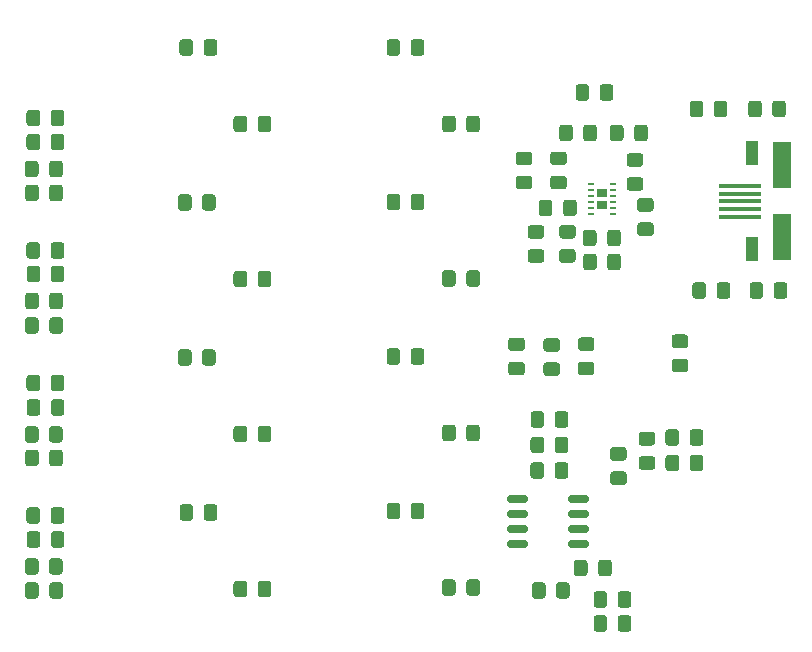
<source format=gtp>
G04 #@! TF.GenerationSoftware,KiCad,Pcbnew,5.1.6-c6e7f7d~87~ubuntu18.04.1*
G04 #@! TF.CreationDate,2020-09-10T19:55:48-05:00*
G04 #@! TF.ProjectId,MiniStereoMixer,4d696e69-5374-4657-9265-6f4d69786572,rev?*
G04 #@! TF.SameCoordinates,Original*
G04 #@! TF.FileFunction,Paste,Top*
G04 #@! TF.FilePolarity,Positive*
%FSLAX46Y46*%
G04 Gerber Fmt 4.6, Leading zero omitted, Abs format (unit mm)*
G04 Created by KiCad (PCBNEW 5.1.6-c6e7f7d~87~ubuntu18.04.1) date 2020-09-10 19:55:48*
%MOMM*%
%LPD*%
G01*
G04 APERTURE LIST*
%ADD10R,3.600000X0.400000*%
%ADD11R,1.120000X2.100000*%
%ADD12R,1.520000X4.000000*%
%ADD13R,0.500000X0.250000*%
%ADD14R,0.950000X0.800000*%
G04 APERTURE END LIST*
G04 #@! TO.C,C1*
G36*
G01*
X188779999Y-57718000D02*
X189680001Y-57718000D01*
G75*
G02*
X189930000Y-57967999I0J-249999D01*
G01*
X189930000Y-58618001D01*
G75*
G02*
X189680001Y-58868000I-249999J0D01*
G01*
X188779999Y-58868000D01*
G75*
G02*
X188530000Y-58618001I0J249999D01*
G01*
X188530000Y-57967999D01*
G75*
G02*
X188779999Y-57718000I249999J0D01*
G01*
G37*
G36*
G01*
X188779999Y-59768000D02*
X189680001Y-59768000D01*
G75*
G02*
X189930000Y-60017999I0J-249999D01*
G01*
X189930000Y-60668001D01*
G75*
G02*
X189680001Y-60918000I-249999J0D01*
G01*
X188779999Y-60918000D01*
G75*
G02*
X188530000Y-60668001I0J249999D01*
G01*
X188530000Y-60017999D01*
G75*
G02*
X188779999Y-59768000I249999J0D01*
G01*
G37*
G04 #@! TD*
G04 #@! TO.C,C2*
G36*
G01*
X182314001Y-54922000D02*
X181413999Y-54922000D01*
G75*
G02*
X181164000Y-54672001I0J249999D01*
G01*
X181164000Y-54021999D01*
G75*
G02*
X181413999Y-53772000I249999J0D01*
G01*
X182314001Y-53772000D01*
G75*
G02*
X182564000Y-54021999I0J-249999D01*
G01*
X182564000Y-54672001D01*
G75*
G02*
X182314001Y-54922000I-249999J0D01*
G01*
G37*
G36*
G01*
X182314001Y-56972000D02*
X181413999Y-56972000D01*
G75*
G02*
X181164000Y-56722001I0J249999D01*
G01*
X181164000Y-56071999D01*
G75*
G02*
X181413999Y-55822000I249999J0D01*
G01*
X182314001Y-55822000D01*
G75*
G02*
X182564000Y-56071999I0J-249999D01*
G01*
X182564000Y-56722001D01*
G75*
G02*
X182314001Y-56972000I-249999J0D01*
G01*
G37*
G04 #@! TD*
G04 #@! TO.C,C3*
G36*
G01*
X183400500Y-58096999D02*
X183400500Y-58997001D01*
G75*
G02*
X183150501Y-59247000I-249999J0D01*
G01*
X182500499Y-59247000D01*
G75*
G02*
X182250500Y-58997001I0J249999D01*
G01*
X182250500Y-58096999D01*
G75*
G02*
X182500499Y-57847000I249999J0D01*
G01*
X183150501Y-57847000D01*
G75*
G02*
X183400500Y-58096999I0J-249999D01*
G01*
G37*
G36*
G01*
X181350500Y-58096999D02*
X181350500Y-58997001D01*
G75*
G02*
X181100501Y-59247000I-249999J0D01*
G01*
X180450499Y-59247000D01*
G75*
G02*
X180200500Y-58997001I0J249999D01*
G01*
X180200500Y-58096999D01*
G75*
G02*
X180450499Y-57847000I249999J0D01*
G01*
X181100501Y-57847000D01*
G75*
G02*
X181350500Y-58096999I0J-249999D01*
G01*
G37*
G04 #@! TD*
G04 #@! TO.C,C4*
G36*
G01*
X188791001Y-57099000D02*
X187890999Y-57099000D01*
G75*
G02*
X187641000Y-56849001I0J249999D01*
G01*
X187641000Y-56198999D01*
G75*
G02*
X187890999Y-55949000I249999J0D01*
G01*
X188791001Y-55949000D01*
G75*
G02*
X189041000Y-56198999I0J-249999D01*
G01*
X189041000Y-56849001D01*
G75*
G02*
X188791001Y-57099000I-249999J0D01*
G01*
G37*
G36*
G01*
X188791001Y-55049000D02*
X187890999Y-55049000D01*
G75*
G02*
X187641000Y-54799001I0J249999D01*
G01*
X187641000Y-54148999D01*
G75*
G02*
X187890999Y-53899000I249999J0D01*
G01*
X188791001Y-53899000D01*
G75*
G02*
X189041000Y-54148999I0J-249999D01*
G01*
X189041000Y-54799001D01*
G75*
G02*
X188791001Y-55049000I-249999J0D01*
G01*
G37*
G04 #@! TD*
G04 #@! TO.C,C5*
G36*
G01*
X182175999Y-62036000D02*
X183076001Y-62036000D01*
G75*
G02*
X183326000Y-62285999I0J-249999D01*
G01*
X183326000Y-62936001D01*
G75*
G02*
X183076001Y-63186000I-249999J0D01*
G01*
X182175999Y-63186000D01*
G75*
G02*
X181926000Y-62936001I0J249999D01*
G01*
X181926000Y-62285999D01*
G75*
G02*
X182175999Y-62036000I249999J0D01*
G01*
G37*
G36*
G01*
X182175999Y-59986000D02*
X183076001Y-59986000D01*
G75*
G02*
X183326000Y-60235999I0J-249999D01*
G01*
X183326000Y-60886001D01*
G75*
G02*
X183076001Y-61136000I-249999J0D01*
G01*
X182175999Y-61136000D01*
G75*
G02*
X181926000Y-60886001I0J249999D01*
G01*
X181926000Y-60235999D01*
G75*
G02*
X182175999Y-59986000I249999J0D01*
G01*
G37*
G04 #@! TD*
G04 #@! TO.C,C6*
G36*
G01*
X137971000Y-84131999D02*
X137971000Y-85032001D01*
G75*
G02*
X137721001Y-85282000I-249999J0D01*
G01*
X137070999Y-85282000D01*
G75*
G02*
X136821000Y-85032001I0J249999D01*
G01*
X136821000Y-84131999D01*
G75*
G02*
X137070999Y-83882000I249999J0D01*
G01*
X137721001Y-83882000D01*
G75*
G02*
X137971000Y-84131999I0J-249999D01*
G01*
G37*
G36*
G01*
X140021000Y-84131999D02*
X140021000Y-85032001D01*
G75*
G02*
X139771001Y-85282000I-249999J0D01*
G01*
X139120999Y-85282000D01*
G75*
G02*
X138871000Y-85032001I0J249999D01*
G01*
X138871000Y-84131999D01*
G75*
G02*
X139120999Y-83882000I249999J0D01*
G01*
X139771001Y-83882000D01*
G75*
G02*
X140021000Y-84131999I0J-249999D01*
G01*
G37*
G04 #@! TD*
G04 #@! TO.C,C7*
G36*
G01*
X137971000Y-72913665D02*
X137971000Y-73813667D01*
G75*
G02*
X137721001Y-74063666I-249999J0D01*
G01*
X137070999Y-74063666D01*
G75*
G02*
X136821000Y-73813667I0J249999D01*
G01*
X136821000Y-72913665D01*
G75*
G02*
X137070999Y-72663666I249999J0D01*
G01*
X137721001Y-72663666D01*
G75*
G02*
X137971000Y-72913665I0J-249999D01*
G01*
G37*
G36*
G01*
X140021000Y-72913665D02*
X140021000Y-73813667D01*
G75*
G02*
X139771001Y-74063666I-249999J0D01*
G01*
X139120999Y-74063666D01*
G75*
G02*
X138871000Y-73813667I0J249999D01*
G01*
X138871000Y-72913665D01*
G75*
G02*
X139120999Y-72663666I249999J0D01*
G01*
X139771001Y-72663666D01*
G75*
G02*
X140021000Y-72913665I0J-249999D01*
G01*
G37*
G04 #@! TD*
G04 #@! TO.C,C8*
G36*
G01*
X137971000Y-61695332D02*
X137971000Y-62595334D01*
G75*
G02*
X137721001Y-62845333I-249999J0D01*
G01*
X137070999Y-62845333D01*
G75*
G02*
X136821000Y-62595334I0J249999D01*
G01*
X136821000Y-61695332D01*
G75*
G02*
X137070999Y-61445333I249999J0D01*
G01*
X137721001Y-61445333D01*
G75*
G02*
X137971000Y-61695332I0J-249999D01*
G01*
G37*
G36*
G01*
X140021000Y-61695332D02*
X140021000Y-62595334D01*
G75*
G02*
X139771001Y-62845333I-249999J0D01*
G01*
X139120999Y-62845333D01*
G75*
G02*
X138871000Y-62595334I0J249999D01*
G01*
X138871000Y-61695332D01*
G75*
G02*
X139120999Y-61445333I249999J0D01*
G01*
X139771001Y-61445333D01*
G75*
G02*
X140021000Y-61695332I0J-249999D01*
G01*
G37*
G04 #@! TD*
G04 #@! TO.C,C9*
G36*
G01*
X137971000Y-50476999D02*
X137971000Y-51377001D01*
G75*
G02*
X137721001Y-51627000I-249999J0D01*
G01*
X137070999Y-51627000D01*
G75*
G02*
X136821000Y-51377001I0J249999D01*
G01*
X136821000Y-50476999D01*
G75*
G02*
X137070999Y-50227000I249999J0D01*
G01*
X137721001Y-50227000D01*
G75*
G02*
X137971000Y-50476999I0J-249999D01*
G01*
G37*
G36*
G01*
X140021000Y-50476999D02*
X140021000Y-51377001D01*
G75*
G02*
X139771001Y-51627000I-249999J0D01*
G01*
X139120999Y-51627000D01*
G75*
G02*
X138871000Y-51377001I0J249999D01*
G01*
X138871000Y-50476999D01*
G75*
G02*
X139120999Y-50227000I249999J0D01*
G01*
X139771001Y-50227000D01*
G75*
G02*
X140021000Y-50476999I0J-249999D01*
G01*
G37*
G04 #@! TD*
G04 #@! TO.C,C10*
G36*
G01*
X139903000Y-90481999D02*
X139903000Y-91382001D01*
G75*
G02*
X139653001Y-91632000I-249999J0D01*
G01*
X139002999Y-91632000D01*
G75*
G02*
X138753000Y-91382001I0J249999D01*
G01*
X138753000Y-90481999D01*
G75*
G02*
X139002999Y-90232000I249999J0D01*
G01*
X139653001Y-90232000D01*
G75*
G02*
X139903000Y-90481999I0J-249999D01*
G01*
G37*
G36*
G01*
X137853000Y-90481999D02*
X137853000Y-91382001D01*
G75*
G02*
X137603001Y-91632000I-249999J0D01*
G01*
X136952999Y-91632000D01*
G75*
G02*
X136703000Y-91382001I0J249999D01*
G01*
X136703000Y-90481999D01*
G75*
G02*
X136952999Y-90232000I249999J0D01*
G01*
X137603001Y-90232000D01*
G75*
G02*
X137853000Y-90481999I0J-249999D01*
G01*
G37*
G04 #@! TD*
G04 #@! TO.C,C11*
G36*
G01*
X139903000Y-79263665D02*
X139903000Y-80163667D01*
G75*
G02*
X139653001Y-80413666I-249999J0D01*
G01*
X139002999Y-80413666D01*
G75*
G02*
X138753000Y-80163667I0J249999D01*
G01*
X138753000Y-79263665D01*
G75*
G02*
X139002999Y-79013666I249999J0D01*
G01*
X139653001Y-79013666D01*
G75*
G02*
X139903000Y-79263665I0J-249999D01*
G01*
G37*
G36*
G01*
X137853000Y-79263665D02*
X137853000Y-80163667D01*
G75*
G02*
X137603001Y-80413666I-249999J0D01*
G01*
X136952999Y-80413666D01*
G75*
G02*
X136703000Y-80163667I0J249999D01*
G01*
X136703000Y-79263665D01*
G75*
G02*
X136952999Y-79013666I249999J0D01*
G01*
X137603001Y-79013666D01*
G75*
G02*
X137853000Y-79263665I0J-249999D01*
G01*
G37*
G04 #@! TD*
G04 #@! TO.C,C12*
G36*
G01*
X139903000Y-68045332D02*
X139903000Y-68945334D01*
G75*
G02*
X139653001Y-69195333I-249999J0D01*
G01*
X139002999Y-69195333D01*
G75*
G02*
X138753000Y-68945334I0J249999D01*
G01*
X138753000Y-68045332D01*
G75*
G02*
X139002999Y-67795333I249999J0D01*
G01*
X139653001Y-67795333D01*
G75*
G02*
X139903000Y-68045332I0J-249999D01*
G01*
G37*
G36*
G01*
X137853000Y-68045332D02*
X137853000Y-68945334D01*
G75*
G02*
X137603001Y-69195333I-249999J0D01*
G01*
X136952999Y-69195333D01*
G75*
G02*
X136703000Y-68945334I0J249999D01*
G01*
X136703000Y-68045332D01*
G75*
G02*
X136952999Y-67795333I249999J0D01*
G01*
X137603001Y-67795333D01*
G75*
G02*
X137853000Y-68045332I0J-249999D01*
G01*
G37*
G04 #@! TD*
G04 #@! TO.C,C13*
G36*
G01*
X137853000Y-56826999D02*
X137853000Y-57727001D01*
G75*
G02*
X137603001Y-57977000I-249999J0D01*
G01*
X136952999Y-57977000D01*
G75*
G02*
X136703000Y-57727001I0J249999D01*
G01*
X136703000Y-56826999D01*
G75*
G02*
X136952999Y-56577000I249999J0D01*
G01*
X137603001Y-56577000D01*
G75*
G02*
X137853000Y-56826999I0J-249999D01*
G01*
G37*
G36*
G01*
X139903000Y-56826999D02*
X139903000Y-57727001D01*
G75*
G02*
X139653001Y-57977000I-249999J0D01*
G01*
X139002999Y-57977000D01*
G75*
G02*
X138753000Y-57727001I0J249999D01*
G01*
X138753000Y-56826999D01*
G75*
G02*
X139002999Y-56577000I249999J0D01*
G01*
X139653001Y-56577000D01*
G75*
G02*
X139903000Y-56826999I0J-249999D01*
G01*
G37*
G04 #@! TD*
G04 #@! TO.C,C14*
G36*
G01*
X182702000Y-76003999D02*
X182702000Y-76904001D01*
G75*
G02*
X182452001Y-77154000I-249999J0D01*
G01*
X181801999Y-77154000D01*
G75*
G02*
X181552000Y-76904001I0J249999D01*
G01*
X181552000Y-76003999D01*
G75*
G02*
X181801999Y-75754000I249999J0D01*
G01*
X182452001Y-75754000D01*
G75*
G02*
X182702000Y-76003999I0J-249999D01*
G01*
G37*
G36*
G01*
X180652000Y-76003999D02*
X180652000Y-76904001D01*
G75*
G02*
X180402001Y-77154000I-249999J0D01*
G01*
X179751999Y-77154000D01*
G75*
G02*
X179502000Y-76904001I0J249999D01*
G01*
X179502000Y-76003999D01*
G75*
G02*
X179751999Y-75754000I249999J0D01*
G01*
X180402001Y-75754000D01*
G75*
G02*
X180652000Y-76003999I0J-249999D01*
G01*
G37*
G04 #@! TD*
G04 #@! TO.C,C15*
G36*
G01*
X180643000Y-78162999D02*
X180643000Y-79063001D01*
G75*
G02*
X180393001Y-79313000I-249999J0D01*
G01*
X179742999Y-79313000D01*
G75*
G02*
X179493000Y-79063001I0J249999D01*
G01*
X179493000Y-78162999D01*
G75*
G02*
X179742999Y-77913000I249999J0D01*
G01*
X180393001Y-77913000D01*
G75*
G02*
X180643000Y-78162999I0J-249999D01*
G01*
G37*
G36*
G01*
X182693000Y-78162999D02*
X182693000Y-79063001D01*
G75*
G02*
X182443001Y-79313000I-249999J0D01*
G01*
X181792999Y-79313000D01*
G75*
G02*
X181543000Y-79063001I0J249999D01*
G01*
X181543000Y-78162999D01*
G75*
G02*
X181792999Y-77913000I249999J0D01*
G01*
X182443001Y-77913000D01*
G75*
G02*
X182693000Y-78162999I0J-249999D01*
G01*
G37*
G04 #@! TD*
G04 #@! TO.C,C16*
G36*
G01*
X185986000Y-91243999D02*
X185986000Y-92144001D01*
G75*
G02*
X185736001Y-92394000I-249999J0D01*
G01*
X185085999Y-92394000D01*
G75*
G02*
X184836000Y-92144001I0J249999D01*
G01*
X184836000Y-91243999D01*
G75*
G02*
X185085999Y-90994000I249999J0D01*
G01*
X185736001Y-90994000D01*
G75*
G02*
X185986000Y-91243999I0J-249999D01*
G01*
G37*
G36*
G01*
X188036000Y-91243999D02*
X188036000Y-92144001D01*
G75*
G02*
X187786001Y-92394000I-249999J0D01*
G01*
X187135999Y-92394000D01*
G75*
G02*
X186886000Y-92144001I0J249999D01*
G01*
X186886000Y-91243999D01*
G75*
G02*
X187135999Y-90994000I249999J0D01*
G01*
X187786001Y-90994000D01*
G75*
G02*
X188036000Y-91243999I0J-249999D01*
G01*
G37*
G04 #@! TD*
G04 #@! TO.C,C17*
G36*
G01*
X182693000Y-80321999D02*
X182693000Y-81222001D01*
G75*
G02*
X182443001Y-81472000I-249999J0D01*
G01*
X181792999Y-81472000D01*
G75*
G02*
X181543000Y-81222001I0J249999D01*
G01*
X181543000Y-80321999D01*
G75*
G02*
X181792999Y-80072000I249999J0D01*
G01*
X182443001Y-80072000D01*
G75*
G02*
X182693000Y-80321999I0J-249999D01*
G01*
G37*
G36*
G01*
X180643000Y-80321999D02*
X180643000Y-81222001D01*
G75*
G02*
X180393001Y-81472000I-249999J0D01*
G01*
X179742999Y-81472000D01*
G75*
G02*
X179493000Y-81222001I0J249999D01*
G01*
X179493000Y-80321999D01*
G75*
G02*
X179742999Y-80072000I249999J0D01*
G01*
X180393001Y-80072000D01*
G75*
G02*
X180643000Y-80321999I0J-249999D01*
G01*
G37*
G04 #@! TD*
G04 #@! TO.C,C18*
G36*
G01*
X194123000Y-79686999D02*
X194123000Y-80587001D01*
G75*
G02*
X193873001Y-80837000I-249999J0D01*
G01*
X193222999Y-80837000D01*
G75*
G02*
X192973000Y-80587001I0J249999D01*
G01*
X192973000Y-79686999D01*
G75*
G02*
X193222999Y-79437000I249999J0D01*
G01*
X193873001Y-79437000D01*
G75*
G02*
X194123000Y-79686999I0J-249999D01*
G01*
G37*
G36*
G01*
X192073000Y-79686999D02*
X192073000Y-80587001D01*
G75*
G02*
X191823001Y-80837000I-249999J0D01*
G01*
X191172999Y-80837000D01*
G75*
G02*
X190923000Y-80587001I0J249999D01*
G01*
X190923000Y-79686999D01*
G75*
G02*
X191172999Y-79437000I249999J0D01*
G01*
X191823001Y-79437000D01*
G75*
G02*
X192073000Y-79686999I0J-249999D01*
G01*
G37*
G04 #@! TD*
D10*
G04 #@! TO.C,J5*
X197237000Y-59275500D03*
X197237000Y-58625500D03*
X197237000Y-57975500D03*
X197237000Y-57325500D03*
X197237000Y-56675500D03*
D11*
X198237000Y-53911500D03*
X198237000Y-62039500D03*
D12*
X200777000Y-61023500D03*
X200787000Y-54927500D03*
G04 #@! TD*
G04 #@! TO.C,R1*
G36*
G01*
X180409001Y-63195000D02*
X179508999Y-63195000D01*
G75*
G02*
X179259000Y-62945001I0J249999D01*
G01*
X179259000Y-62294999D01*
G75*
G02*
X179508999Y-62045000I249999J0D01*
G01*
X180409001Y-62045000D01*
G75*
G02*
X180659000Y-62294999I0J-249999D01*
G01*
X180659000Y-62945001D01*
G75*
G02*
X180409001Y-63195000I-249999J0D01*
G01*
G37*
G36*
G01*
X180409001Y-61145000D02*
X179508999Y-61145000D01*
G75*
G02*
X179259000Y-60895001I0J249999D01*
G01*
X179259000Y-60244999D01*
G75*
G02*
X179508999Y-59995000I249999J0D01*
G01*
X180409001Y-59995000D01*
G75*
G02*
X180659000Y-60244999I0J-249999D01*
G01*
X180659000Y-60895001D01*
G75*
G02*
X180409001Y-61145000I-249999J0D01*
G01*
G37*
G04 #@! TD*
G04 #@! TO.C,R2*
G36*
G01*
X184462000Y-48317999D02*
X184462000Y-49218001D01*
G75*
G02*
X184212001Y-49468000I-249999J0D01*
G01*
X183561999Y-49468000D01*
G75*
G02*
X183312000Y-49218001I0J249999D01*
G01*
X183312000Y-48317999D01*
G75*
G02*
X183561999Y-48068000I249999J0D01*
G01*
X184212001Y-48068000D01*
G75*
G02*
X184462000Y-48317999I0J-249999D01*
G01*
G37*
G36*
G01*
X186512000Y-48317999D02*
X186512000Y-49218001D01*
G75*
G02*
X186262001Y-49468000I-249999J0D01*
G01*
X185611999Y-49468000D01*
G75*
G02*
X185362000Y-49218001I0J249999D01*
G01*
X185362000Y-48317999D01*
G75*
G02*
X185611999Y-48068000I249999J0D01*
G01*
X186262001Y-48068000D01*
G75*
G02*
X186512000Y-48317999I0J-249999D01*
G01*
G37*
G04 #@! TD*
G04 #@! TO.C,R3*
G36*
G01*
X183065000Y-51746999D02*
X183065000Y-52647001D01*
G75*
G02*
X182815001Y-52897000I-249999J0D01*
G01*
X182164999Y-52897000D01*
G75*
G02*
X181915000Y-52647001I0J249999D01*
G01*
X181915000Y-51746999D01*
G75*
G02*
X182164999Y-51497000I249999J0D01*
G01*
X182815001Y-51497000D01*
G75*
G02*
X183065000Y-51746999I0J-249999D01*
G01*
G37*
G36*
G01*
X185115000Y-51746999D02*
X185115000Y-52647001D01*
G75*
G02*
X184865001Y-52897000I-249999J0D01*
G01*
X184214999Y-52897000D01*
G75*
G02*
X183965000Y-52647001I0J249999D01*
G01*
X183965000Y-51746999D01*
G75*
G02*
X184214999Y-51497000I249999J0D01*
G01*
X184865001Y-51497000D01*
G75*
G02*
X185115000Y-51746999I0J-249999D01*
G01*
G37*
G04 #@! TD*
G04 #@! TO.C,R4*
G36*
G01*
X189424000Y-51746999D02*
X189424000Y-52647001D01*
G75*
G02*
X189174001Y-52897000I-249999J0D01*
G01*
X188523999Y-52897000D01*
G75*
G02*
X188274000Y-52647001I0J249999D01*
G01*
X188274000Y-51746999D01*
G75*
G02*
X188523999Y-51497000I249999J0D01*
G01*
X189174001Y-51497000D01*
G75*
G02*
X189424000Y-51746999I0J-249999D01*
G01*
G37*
G36*
G01*
X187374000Y-51746999D02*
X187374000Y-52647001D01*
G75*
G02*
X187124001Y-52897000I-249999J0D01*
G01*
X186473999Y-52897000D01*
G75*
G02*
X186224000Y-52647001I0J249999D01*
G01*
X186224000Y-51746999D01*
G75*
G02*
X186473999Y-51497000I249999J0D01*
G01*
X187124001Y-51497000D01*
G75*
G02*
X187374000Y-51746999I0J-249999D01*
G01*
G37*
G04 #@! TD*
G04 #@! TO.C,R5*
G36*
G01*
X185988000Y-61537001D02*
X185988000Y-60636999D01*
G75*
G02*
X186237999Y-60387000I249999J0D01*
G01*
X186888001Y-60387000D01*
G75*
G02*
X187138000Y-60636999I0J-249999D01*
G01*
X187138000Y-61537001D01*
G75*
G02*
X186888001Y-61787000I-249999J0D01*
G01*
X186237999Y-61787000D01*
G75*
G02*
X185988000Y-61537001I0J249999D01*
G01*
G37*
G36*
G01*
X183938000Y-61537001D02*
X183938000Y-60636999D01*
G75*
G02*
X184187999Y-60387000I249999J0D01*
G01*
X184838001Y-60387000D01*
G75*
G02*
X185088000Y-60636999I0J-249999D01*
G01*
X185088000Y-61537001D01*
G75*
G02*
X184838001Y-61787000I-249999J0D01*
G01*
X184187999Y-61787000D01*
G75*
G02*
X183938000Y-61537001I0J249999D01*
G01*
G37*
G04 #@! TD*
G04 #@! TO.C,R6*
G36*
G01*
X185097000Y-62668999D02*
X185097000Y-63569001D01*
G75*
G02*
X184847001Y-63819000I-249999J0D01*
G01*
X184196999Y-63819000D01*
G75*
G02*
X183947000Y-63569001I0J249999D01*
G01*
X183947000Y-62668999D01*
G75*
G02*
X184196999Y-62419000I249999J0D01*
G01*
X184847001Y-62419000D01*
G75*
G02*
X185097000Y-62668999I0J-249999D01*
G01*
G37*
G36*
G01*
X187147000Y-62668999D02*
X187147000Y-63569001D01*
G75*
G02*
X186897001Y-63819000I-249999J0D01*
G01*
X186246999Y-63819000D01*
G75*
G02*
X185997000Y-63569001I0J249999D01*
G01*
X185997000Y-62668999D01*
G75*
G02*
X186246999Y-62419000I249999J0D01*
G01*
X186897001Y-62419000D01*
G75*
G02*
X187147000Y-62668999I0J-249999D01*
G01*
G37*
G04 #@! TD*
G04 #@! TO.C,R7*
G36*
G01*
X152975000Y-44507999D02*
X152975000Y-45408001D01*
G75*
G02*
X152725001Y-45658000I-249999J0D01*
G01*
X152074999Y-45658000D01*
G75*
G02*
X151825000Y-45408001I0J249999D01*
G01*
X151825000Y-44507999D01*
G75*
G02*
X152074999Y-44258000I249999J0D01*
G01*
X152725001Y-44258000D01*
G75*
G02*
X152975000Y-44507999I0J-249999D01*
G01*
G37*
G36*
G01*
X150925000Y-44507999D02*
X150925000Y-45408001D01*
G75*
G02*
X150675001Y-45658000I-249999J0D01*
G01*
X150024999Y-45658000D01*
G75*
G02*
X149775000Y-45408001I0J249999D01*
G01*
X149775000Y-44507999D01*
G75*
G02*
X150024999Y-44258000I249999J0D01*
G01*
X150675001Y-44258000D01*
G75*
G02*
X150925000Y-44507999I0J-249999D01*
G01*
G37*
G04 #@! TD*
G04 #@! TO.C,R8*
G36*
G01*
X150798000Y-57631332D02*
X150798000Y-58531334D01*
G75*
G02*
X150548001Y-58781333I-249999J0D01*
G01*
X149897999Y-58781333D01*
G75*
G02*
X149648000Y-58531334I0J249999D01*
G01*
X149648000Y-57631332D01*
G75*
G02*
X149897999Y-57381333I249999J0D01*
G01*
X150548001Y-57381333D01*
G75*
G02*
X150798000Y-57631332I0J-249999D01*
G01*
G37*
G36*
G01*
X152848000Y-57631332D02*
X152848000Y-58531334D01*
G75*
G02*
X152598001Y-58781333I-249999J0D01*
G01*
X151947999Y-58781333D01*
G75*
G02*
X151698000Y-58531334I0J249999D01*
G01*
X151698000Y-57631332D01*
G75*
G02*
X151947999Y-57381333I249999J0D01*
G01*
X152598001Y-57381333D01*
G75*
G02*
X152848000Y-57631332I0J-249999D01*
G01*
G37*
G04 #@! TD*
G04 #@! TO.C,R9*
G36*
G01*
X152848000Y-70754665D02*
X152848000Y-71654667D01*
G75*
G02*
X152598001Y-71904666I-249999J0D01*
G01*
X151947999Y-71904666D01*
G75*
G02*
X151698000Y-71654667I0J249999D01*
G01*
X151698000Y-70754665D01*
G75*
G02*
X151947999Y-70504666I249999J0D01*
G01*
X152598001Y-70504666D01*
G75*
G02*
X152848000Y-70754665I0J-249999D01*
G01*
G37*
G36*
G01*
X150798000Y-70754665D02*
X150798000Y-71654667D01*
G75*
G02*
X150548001Y-71904666I-249999J0D01*
G01*
X149897999Y-71904666D01*
G75*
G02*
X149648000Y-71654667I0J249999D01*
G01*
X149648000Y-70754665D01*
G75*
G02*
X149897999Y-70504666I249999J0D01*
G01*
X150548001Y-70504666D01*
G75*
G02*
X150798000Y-70754665I0J-249999D01*
G01*
G37*
G04 #@! TD*
G04 #@! TO.C,R10*
G36*
G01*
X150934000Y-83877999D02*
X150934000Y-84778001D01*
G75*
G02*
X150684001Y-85028000I-249999J0D01*
G01*
X150033999Y-85028000D01*
G75*
G02*
X149784000Y-84778001I0J249999D01*
G01*
X149784000Y-83877999D01*
G75*
G02*
X150033999Y-83628000I249999J0D01*
G01*
X150684001Y-83628000D01*
G75*
G02*
X150934000Y-83877999I0J-249999D01*
G01*
G37*
G36*
G01*
X152984000Y-83877999D02*
X152984000Y-84778001D01*
G75*
G02*
X152734001Y-85028000I-249999J0D01*
G01*
X152083999Y-85028000D01*
G75*
G02*
X151834000Y-84778001I0J249999D01*
G01*
X151834000Y-83877999D01*
G75*
G02*
X152083999Y-83628000I249999J0D01*
G01*
X152734001Y-83628000D01*
G75*
G02*
X152984000Y-83877999I0J-249999D01*
G01*
G37*
G04 #@! TD*
G04 #@! TO.C,R11*
G36*
G01*
X168460000Y-83750999D02*
X168460000Y-84651001D01*
G75*
G02*
X168210001Y-84901000I-249999J0D01*
G01*
X167559999Y-84901000D01*
G75*
G02*
X167310000Y-84651001I0J249999D01*
G01*
X167310000Y-83750999D01*
G75*
G02*
X167559999Y-83501000I249999J0D01*
G01*
X168210001Y-83501000D01*
G75*
G02*
X168460000Y-83750999I0J-249999D01*
G01*
G37*
G36*
G01*
X170510000Y-83750999D02*
X170510000Y-84651001D01*
G75*
G02*
X170260001Y-84901000I-249999J0D01*
G01*
X169609999Y-84901000D01*
G75*
G02*
X169360000Y-84651001I0J249999D01*
G01*
X169360000Y-83750999D01*
G75*
G02*
X169609999Y-83501000I249999J0D01*
G01*
X170260001Y-83501000D01*
G75*
G02*
X170510000Y-83750999I0J-249999D01*
G01*
G37*
G04 #@! TD*
G04 #@! TO.C,R12*
G36*
G01*
X168460000Y-70669999D02*
X168460000Y-71570001D01*
G75*
G02*
X168210001Y-71820000I-249999J0D01*
G01*
X167559999Y-71820000D01*
G75*
G02*
X167310000Y-71570001I0J249999D01*
G01*
X167310000Y-70669999D01*
G75*
G02*
X167559999Y-70420000I249999J0D01*
G01*
X168210001Y-70420000D01*
G75*
G02*
X168460000Y-70669999I0J-249999D01*
G01*
G37*
G36*
G01*
X170510000Y-70669999D02*
X170510000Y-71570001D01*
G75*
G02*
X170260001Y-71820000I-249999J0D01*
G01*
X169609999Y-71820000D01*
G75*
G02*
X169360000Y-71570001I0J249999D01*
G01*
X169360000Y-70669999D01*
G75*
G02*
X169609999Y-70420000I249999J0D01*
G01*
X170260001Y-70420000D01*
G75*
G02*
X170510000Y-70669999I0J-249999D01*
G01*
G37*
G04 #@! TD*
G04 #@! TO.C,R13*
G36*
G01*
X170510000Y-57588999D02*
X170510000Y-58489001D01*
G75*
G02*
X170260001Y-58739000I-249999J0D01*
G01*
X169609999Y-58739000D01*
G75*
G02*
X169360000Y-58489001I0J249999D01*
G01*
X169360000Y-57588999D01*
G75*
G02*
X169609999Y-57339000I249999J0D01*
G01*
X170260001Y-57339000D01*
G75*
G02*
X170510000Y-57588999I0J-249999D01*
G01*
G37*
G36*
G01*
X168460000Y-57588999D02*
X168460000Y-58489001D01*
G75*
G02*
X168210001Y-58739000I-249999J0D01*
G01*
X167559999Y-58739000D01*
G75*
G02*
X167310000Y-58489001I0J249999D01*
G01*
X167310000Y-57588999D01*
G75*
G02*
X167559999Y-57339000I249999J0D01*
G01*
X168210001Y-57339000D01*
G75*
G02*
X168460000Y-57588999I0J-249999D01*
G01*
G37*
G04 #@! TD*
G04 #@! TO.C,R14*
G36*
G01*
X170510000Y-44507999D02*
X170510000Y-45408001D01*
G75*
G02*
X170260001Y-45658000I-249999J0D01*
G01*
X169609999Y-45658000D01*
G75*
G02*
X169360000Y-45408001I0J249999D01*
G01*
X169360000Y-44507999D01*
G75*
G02*
X169609999Y-44258000I249999J0D01*
G01*
X170260001Y-44258000D01*
G75*
G02*
X170510000Y-44507999I0J-249999D01*
G01*
G37*
G36*
G01*
X168460000Y-44507999D02*
X168460000Y-45408001D01*
G75*
G02*
X168210001Y-45658000I-249999J0D01*
G01*
X167559999Y-45658000D01*
G75*
G02*
X167310000Y-45408001I0J249999D01*
G01*
X167310000Y-44507999D01*
G75*
G02*
X167559999Y-44258000I249999J0D01*
G01*
X168210001Y-44258000D01*
G75*
G02*
X168460000Y-44507999I0J-249999D01*
G01*
G37*
G04 #@! TD*
G04 #@! TO.C,R15*
G36*
G01*
X173159000Y-90227999D02*
X173159000Y-91128001D01*
G75*
G02*
X172909001Y-91378000I-249999J0D01*
G01*
X172258999Y-91378000D01*
G75*
G02*
X172009000Y-91128001I0J249999D01*
G01*
X172009000Y-90227999D01*
G75*
G02*
X172258999Y-89978000I249999J0D01*
G01*
X172909001Y-89978000D01*
G75*
G02*
X173159000Y-90227999I0J-249999D01*
G01*
G37*
G36*
G01*
X175209000Y-90227999D02*
X175209000Y-91128001D01*
G75*
G02*
X174959001Y-91378000I-249999J0D01*
G01*
X174308999Y-91378000D01*
G75*
G02*
X174059000Y-91128001I0J249999D01*
G01*
X174059000Y-90227999D01*
G75*
G02*
X174308999Y-89978000I249999J0D01*
G01*
X174959001Y-89978000D01*
G75*
G02*
X175209000Y-90227999I0J-249999D01*
G01*
G37*
G04 #@! TD*
G04 #@! TO.C,R16*
G36*
G01*
X175209000Y-77146999D02*
X175209000Y-78047001D01*
G75*
G02*
X174959001Y-78297000I-249999J0D01*
G01*
X174308999Y-78297000D01*
G75*
G02*
X174059000Y-78047001I0J249999D01*
G01*
X174059000Y-77146999D01*
G75*
G02*
X174308999Y-76897000I249999J0D01*
G01*
X174959001Y-76897000D01*
G75*
G02*
X175209000Y-77146999I0J-249999D01*
G01*
G37*
G36*
G01*
X173159000Y-77146999D02*
X173159000Y-78047001D01*
G75*
G02*
X172909001Y-78297000I-249999J0D01*
G01*
X172258999Y-78297000D01*
G75*
G02*
X172009000Y-78047001I0J249999D01*
G01*
X172009000Y-77146999D01*
G75*
G02*
X172258999Y-76897000I249999J0D01*
G01*
X172909001Y-76897000D01*
G75*
G02*
X173159000Y-77146999I0J-249999D01*
G01*
G37*
G04 #@! TD*
G04 #@! TO.C,R17*
G36*
G01*
X173159000Y-64065999D02*
X173159000Y-64966001D01*
G75*
G02*
X172909001Y-65216000I-249999J0D01*
G01*
X172258999Y-65216000D01*
G75*
G02*
X172009000Y-64966001I0J249999D01*
G01*
X172009000Y-64065999D01*
G75*
G02*
X172258999Y-63816000I249999J0D01*
G01*
X172909001Y-63816000D01*
G75*
G02*
X173159000Y-64065999I0J-249999D01*
G01*
G37*
G36*
G01*
X175209000Y-64065999D02*
X175209000Y-64966001D01*
G75*
G02*
X174959001Y-65216000I-249999J0D01*
G01*
X174308999Y-65216000D01*
G75*
G02*
X174059000Y-64966001I0J249999D01*
G01*
X174059000Y-64065999D01*
G75*
G02*
X174308999Y-63816000I249999J0D01*
G01*
X174959001Y-63816000D01*
G75*
G02*
X175209000Y-64065999I0J-249999D01*
G01*
G37*
G04 #@! TD*
G04 #@! TO.C,R18*
G36*
G01*
X175209000Y-50984999D02*
X175209000Y-51885001D01*
G75*
G02*
X174959001Y-52135000I-249999J0D01*
G01*
X174308999Y-52135000D01*
G75*
G02*
X174059000Y-51885001I0J249999D01*
G01*
X174059000Y-50984999D01*
G75*
G02*
X174308999Y-50735000I249999J0D01*
G01*
X174959001Y-50735000D01*
G75*
G02*
X175209000Y-50984999I0J-249999D01*
G01*
G37*
G36*
G01*
X173159000Y-50984999D02*
X173159000Y-51885001D01*
G75*
G02*
X172909001Y-52135000I-249999J0D01*
G01*
X172258999Y-52135000D01*
G75*
G02*
X172009000Y-51885001I0J249999D01*
G01*
X172009000Y-50984999D01*
G75*
G02*
X172258999Y-50735000I249999J0D01*
G01*
X172909001Y-50735000D01*
G75*
G02*
X173159000Y-50984999I0J-249999D01*
G01*
G37*
G04 #@! TD*
G04 #@! TO.C,R19*
G36*
G01*
X157547000Y-90354999D02*
X157547000Y-91255001D01*
G75*
G02*
X157297001Y-91505000I-249999J0D01*
G01*
X156646999Y-91505000D01*
G75*
G02*
X156397000Y-91255001I0J249999D01*
G01*
X156397000Y-90354999D01*
G75*
G02*
X156646999Y-90105000I249999J0D01*
G01*
X157297001Y-90105000D01*
G75*
G02*
X157547000Y-90354999I0J-249999D01*
G01*
G37*
G36*
G01*
X155497000Y-90354999D02*
X155497000Y-91255001D01*
G75*
G02*
X155247001Y-91505000I-249999J0D01*
G01*
X154596999Y-91505000D01*
G75*
G02*
X154347000Y-91255001I0J249999D01*
G01*
X154347000Y-90354999D01*
G75*
G02*
X154596999Y-90105000I249999J0D01*
G01*
X155247001Y-90105000D01*
G75*
G02*
X155497000Y-90354999I0J-249999D01*
G01*
G37*
G04 #@! TD*
G04 #@! TO.C,R20*
G36*
G01*
X155497000Y-77231665D02*
X155497000Y-78131667D01*
G75*
G02*
X155247001Y-78381666I-249999J0D01*
G01*
X154596999Y-78381666D01*
G75*
G02*
X154347000Y-78131667I0J249999D01*
G01*
X154347000Y-77231665D01*
G75*
G02*
X154596999Y-76981666I249999J0D01*
G01*
X155247001Y-76981666D01*
G75*
G02*
X155497000Y-77231665I0J-249999D01*
G01*
G37*
G36*
G01*
X157547000Y-77231665D02*
X157547000Y-78131667D01*
G75*
G02*
X157297001Y-78381666I-249999J0D01*
G01*
X156646999Y-78381666D01*
G75*
G02*
X156397000Y-78131667I0J249999D01*
G01*
X156397000Y-77231665D01*
G75*
G02*
X156646999Y-76981666I249999J0D01*
G01*
X157297001Y-76981666D01*
G75*
G02*
X157547000Y-77231665I0J-249999D01*
G01*
G37*
G04 #@! TD*
G04 #@! TO.C,R21*
G36*
G01*
X157547000Y-64108332D02*
X157547000Y-65008334D01*
G75*
G02*
X157297001Y-65258333I-249999J0D01*
G01*
X156646999Y-65258333D01*
G75*
G02*
X156397000Y-65008334I0J249999D01*
G01*
X156397000Y-64108332D01*
G75*
G02*
X156646999Y-63858333I249999J0D01*
G01*
X157297001Y-63858333D01*
G75*
G02*
X157547000Y-64108332I0J-249999D01*
G01*
G37*
G36*
G01*
X155497000Y-64108332D02*
X155497000Y-65008334D01*
G75*
G02*
X155247001Y-65258333I-249999J0D01*
G01*
X154596999Y-65258333D01*
G75*
G02*
X154347000Y-65008334I0J249999D01*
G01*
X154347000Y-64108332D01*
G75*
G02*
X154596999Y-63858333I249999J0D01*
G01*
X155247001Y-63858333D01*
G75*
G02*
X155497000Y-64108332I0J-249999D01*
G01*
G37*
G04 #@! TD*
G04 #@! TO.C,R22*
G36*
G01*
X157547000Y-50984999D02*
X157547000Y-51885001D01*
G75*
G02*
X157297001Y-52135000I-249999J0D01*
G01*
X156646999Y-52135000D01*
G75*
G02*
X156397000Y-51885001I0J249999D01*
G01*
X156397000Y-50984999D01*
G75*
G02*
X156646999Y-50735000I249999J0D01*
G01*
X157297001Y-50735000D01*
G75*
G02*
X157547000Y-50984999I0J-249999D01*
G01*
G37*
G36*
G01*
X155497000Y-50984999D02*
X155497000Y-51885001D01*
G75*
G02*
X155247001Y-52135000I-249999J0D01*
G01*
X154596999Y-52135000D01*
G75*
G02*
X154347000Y-51885001I0J249999D01*
G01*
X154347000Y-50984999D01*
G75*
G02*
X154596999Y-50735000I249999J0D01*
G01*
X155247001Y-50735000D01*
G75*
G02*
X155497000Y-50984999I0J-249999D01*
G01*
G37*
G04 #@! TD*
G04 #@! TO.C,R23*
G36*
G01*
X182820000Y-90481999D02*
X182820000Y-91382001D01*
G75*
G02*
X182570001Y-91632000I-249999J0D01*
G01*
X181919999Y-91632000D01*
G75*
G02*
X181670000Y-91382001I0J249999D01*
G01*
X181670000Y-90481999D01*
G75*
G02*
X181919999Y-90232000I249999J0D01*
G01*
X182570001Y-90232000D01*
G75*
G02*
X182820000Y-90481999I0J-249999D01*
G01*
G37*
G36*
G01*
X180770000Y-90481999D02*
X180770000Y-91382001D01*
G75*
G02*
X180520001Y-91632000I-249999J0D01*
G01*
X179869999Y-91632000D01*
G75*
G02*
X179620000Y-91382001I0J249999D01*
G01*
X179620000Y-90481999D01*
G75*
G02*
X179869999Y-90232000I249999J0D01*
G01*
X180520001Y-90232000D01*
G75*
G02*
X180770000Y-90481999I0J-249999D01*
G01*
G37*
G04 #@! TD*
G04 #@! TO.C,R24*
G36*
G01*
X186493999Y-80850000D02*
X187394001Y-80850000D01*
G75*
G02*
X187644000Y-81099999I0J-249999D01*
G01*
X187644000Y-81750001D01*
G75*
G02*
X187394001Y-82000000I-249999J0D01*
G01*
X186493999Y-82000000D01*
G75*
G02*
X186244000Y-81750001I0J249999D01*
G01*
X186244000Y-81099999D01*
G75*
G02*
X186493999Y-80850000I249999J0D01*
G01*
G37*
G36*
G01*
X186493999Y-78800000D02*
X187394001Y-78800000D01*
G75*
G02*
X187644000Y-79049999I0J-249999D01*
G01*
X187644000Y-79700001D01*
G75*
G02*
X187394001Y-79950000I-249999J0D01*
G01*
X186493999Y-79950000D01*
G75*
G02*
X186244000Y-79700001I0J249999D01*
G01*
X186244000Y-79049999D01*
G75*
G02*
X186493999Y-78800000I249999J0D01*
G01*
G37*
G04 #@! TD*
G04 #@! TO.C,R25*
G36*
G01*
X186376000Y-88576999D02*
X186376000Y-89477001D01*
G75*
G02*
X186126001Y-89727000I-249999J0D01*
G01*
X185475999Y-89727000D01*
G75*
G02*
X185226000Y-89477001I0J249999D01*
G01*
X185226000Y-88576999D01*
G75*
G02*
X185475999Y-88327000I249999J0D01*
G01*
X186126001Y-88327000D01*
G75*
G02*
X186376000Y-88576999I0J-249999D01*
G01*
G37*
G36*
G01*
X184326000Y-88576999D02*
X184326000Y-89477001D01*
G75*
G02*
X184076001Y-89727000I-249999J0D01*
G01*
X183425999Y-89727000D01*
G75*
G02*
X183176000Y-89477001I0J249999D01*
G01*
X183176000Y-88576999D01*
G75*
G02*
X183425999Y-88327000I249999J0D01*
G01*
X184076001Y-88327000D01*
G75*
G02*
X184326000Y-88576999I0J-249999D01*
G01*
G37*
G04 #@! TD*
G04 #@! TO.C,R26*
G36*
G01*
X188906999Y-79562000D02*
X189807001Y-79562000D01*
G75*
G02*
X190057000Y-79811999I0J-249999D01*
G01*
X190057000Y-80462001D01*
G75*
G02*
X189807001Y-80712000I-249999J0D01*
G01*
X188906999Y-80712000D01*
G75*
G02*
X188657000Y-80462001I0J249999D01*
G01*
X188657000Y-79811999D01*
G75*
G02*
X188906999Y-79562000I249999J0D01*
G01*
G37*
G36*
G01*
X188906999Y-77512000D02*
X189807001Y-77512000D01*
G75*
G02*
X190057000Y-77761999I0J-249999D01*
G01*
X190057000Y-78412001D01*
G75*
G02*
X189807001Y-78662000I-249999J0D01*
G01*
X188906999Y-78662000D01*
G75*
G02*
X188657000Y-78412001I0J249999D01*
G01*
X188657000Y-77761999D01*
G75*
G02*
X188906999Y-77512000I249999J0D01*
G01*
G37*
G04 #@! TD*
D13*
G04 #@! TO.C,U1*
X184597000Y-56535000D03*
X184597000Y-57035000D03*
X184597000Y-57535000D03*
X184597000Y-58035000D03*
X184597000Y-58535000D03*
X184597000Y-59035000D03*
X186497000Y-59035000D03*
X186497000Y-58535000D03*
X186497000Y-58035000D03*
X186497000Y-57535000D03*
X186497000Y-57035000D03*
X186497000Y-56535000D03*
D14*
X185547000Y-57285000D03*
X185547000Y-58285000D03*
G04 #@! TD*
G04 #@! TO.C,U2*
G36*
G01*
X177525000Y-83335000D02*
X177525000Y-83035000D01*
G75*
G02*
X177675000Y-82885000I150000J0D01*
G01*
X179125000Y-82885000D01*
G75*
G02*
X179275000Y-83035000I0J-150000D01*
G01*
X179275000Y-83335000D01*
G75*
G02*
X179125000Y-83485000I-150000J0D01*
G01*
X177675000Y-83485000D01*
G75*
G02*
X177525000Y-83335000I0J150000D01*
G01*
G37*
G36*
G01*
X177525000Y-84605000D02*
X177525000Y-84305000D01*
G75*
G02*
X177675000Y-84155000I150000J0D01*
G01*
X179125000Y-84155000D01*
G75*
G02*
X179275000Y-84305000I0J-150000D01*
G01*
X179275000Y-84605000D01*
G75*
G02*
X179125000Y-84755000I-150000J0D01*
G01*
X177675000Y-84755000D01*
G75*
G02*
X177525000Y-84605000I0J150000D01*
G01*
G37*
G36*
G01*
X177525000Y-85875000D02*
X177525000Y-85575000D01*
G75*
G02*
X177675000Y-85425000I150000J0D01*
G01*
X179125000Y-85425000D01*
G75*
G02*
X179275000Y-85575000I0J-150000D01*
G01*
X179275000Y-85875000D01*
G75*
G02*
X179125000Y-86025000I-150000J0D01*
G01*
X177675000Y-86025000D01*
G75*
G02*
X177525000Y-85875000I0J150000D01*
G01*
G37*
G36*
G01*
X177525000Y-87145000D02*
X177525000Y-86845000D01*
G75*
G02*
X177675000Y-86695000I150000J0D01*
G01*
X179125000Y-86695000D01*
G75*
G02*
X179275000Y-86845000I0J-150000D01*
G01*
X179275000Y-87145000D01*
G75*
G02*
X179125000Y-87295000I-150000J0D01*
G01*
X177675000Y-87295000D01*
G75*
G02*
X177525000Y-87145000I0J150000D01*
G01*
G37*
G36*
G01*
X182675000Y-87145000D02*
X182675000Y-86845000D01*
G75*
G02*
X182825000Y-86695000I150000J0D01*
G01*
X184275000Y-86695000D01*
G75*
G02*
X184425000Y-86845000I0J-150000D01*
G01*
X184425000Y-87145000D01*
G75*
G02*
X184275000Y-87295000I-150000J0D01*
G01*
X182825000Y-87295000D01*
G75*
G02*
X182675000Y-87145000I0J150000D01*
G01*
G37*
G36*
G01*
X182675000Y-85875000D02*
X182675000Y-85575000D01*
G75*
G02*
X182825000Y-85425000I150000J0D01*
G01*
X184275000Y-85425000D01*
G75*
G02*
X184425000Y-85575000I0J-150000D01*
G01*
X184425000Y-85875000D01*
G75*
G02*
X184275000Y-86025000I-150000J0D01*
G01*
X182825000Y-86025000D01*
G75*
G02*
X182675000Y-85875000I0J150000D01*
G01*
G37*
G36*
G01*
X182675000Y-84605000D02*
X182675000Y-84305000D01*
G75*
G02*
X182825000Y-84155000I150000J0D01*
G01*
X184275000Y-84155000D01*
G75*
G02*
X184425000Y-84305000I0J-150000D01*
G01*
X184425000Y-84605000D01*
G75*
G02*
X184275000Y-84755000I-150000J0D01*
G01*
X182825000Y-84755000D01*
G75*
G02*
X182675000Y-84605000I0J150000D01*
G01*
G37*
G36*
G01*
X182675000Y-83335000D02*
X182675000Y-83035000D01*
G75*
G02*
X182825000Y-82885000I150000J0D01*
G01*
X184275000Y-82885000D01*
G75*
G02*
X184425000Y-83035000I0J-150000D01*
G01*
X184425000Y-83335000D01*
G75*
G02*
X184275000Y-83485000I-150000J0D01*
G01*
X182825000Y-83485000D01*
G75*
G02*
X182675000Y-83335000I0J150000D01*
G01*
G37*
G04 #@! TD*
G04 #@! TO.C,D1*
G36*
G01*
X199194000Y-65081999D02*
X199194000Y-65982001D01*
G75*
G02*
X198944001Y-66232000I-249999J0D01*
G01*
X198293999Y-66232000D01*
G75*
G02*
X198044000Y-65982001I0J249999D01*
G01*
X198044000Y-65081999D01*
G75*
G02*
X198293999Y-64832000I249999J0D01*
G01*
X198944001Y-64832000D01*
G75*
G02*
X199194000Y-65081999I0J-249999D01*
G01*
G37*
G36*
G01*
X201244000Y-65081999D02*
X201244000Y-65982001D01*
G75*
G02*
X200994001Y-66232000I-249999J0D01*
G01*
X200343999Y-66232000D01*
G75*
G02*
X200094000Y-65982001I0J249999D01*
G01*
X200094000Y-65081999D01*
G75*
G02*
X200343999Y-64832000I249999J0D01*
G01*
X200994001Y-64832000D01*
G75*
G02*
X201244000Y-65081999I0J-249999D01*
G01*
G37*
G04 #@! TD*
G04 #@! TO.C,D2*
G36*
G01*
X197926000Y-50615001D02*
X197926000Y-49714999D01*
G75*
G02*
X198175999Y-49465000I249999J0D01*
G01*
X198826001Y-49465000D01*
G75*
G02*
X199076000Y-49714999I0J-249999D01*
G01*
X199076000Y-50615001D01*
G75*
G02*
X198826001Y-50865000I-249999J0D01*
G01*
X198175999Y-50865000D01*
G75*
G02*
X197926000Y-50615001I0J249999D01*
G01*
G37*
G36*
G01*
X199976000Y-50615001D02*
X199976000Y-49714999D01*
G75*
G02*
X200225999Y-49465000I249999J0D01*
G01*
X200876001Y-49465000D01*
G75*
G02*
X201126000Y-49714999I0J-249999D01*
G01*
X201126000Y-50615001D01*
G75*
G02*
X200876001Y-50865000I-249999J0D01*
G01*
X200225999Y-50865000D01*
G75*
G02*
X199976000Y-50615001I0J249999D01*
G01*
G37*
G04 #@! TD*
G04 #@! TO.C,R27*
G36*
G01*
X194359000Y-65081999D02*
X194359000Y-65982001D01*
G75*
G02*
X194109001Y-66232000I-249999J0D01*
G01*
X193458999Y-66232000D01*
G75*
G02*
X193209000Y-65982001I0J249999D01*
G01*
X193209000Y-65081999D01*
G75*
G02*
X193458999Y-64832000I249999J0D01*
G01*
X194109001Y-64832000D01*
G75*
G02*
X194359000Y-65081999I0J-249999D01*
G01*
G37*
G36*
G01*
X196409000Y-65081999D02*
X196409000Y-65982001D01*
G75*
G02*
X196159001Y-66232000I-249999J0D01*
G01*
X195508999Y-66232000D01*
G75*
G02*
X195259000Y-65982001I0J249999D01*
G01*
X195259000Y-65081999D01*
G75*
G02*
X195508999Y-64832000I249999J0D01*
G01*
X196159001Y-64832000D01*
G75*
G02*
X196409000Y-65081999I0J-249999D01*
G01*
G37*
G04 #@! TD*
G04 #@! TO.C,R28*
G36*
G01*
X196164000Y-49714999D02*
X196164000Y-50615001D01*
G75*
G02*
X195914001Y-50865000I-249999J0D01*
G01*
X195263999Y-50865000D01*
G75*
G02*
X195014000Y-50615001I0J249999D01*
G01*
X195014000Y-49714999D01*
G75*
G02*
X195263999Y-49465000I249999J0D01*
G01*
X195914001Y-49465000D01*
G75*
G02*
X196164000Y-49714999I0J-249999D01*
G01*
G37*
G36*
G01*
X194114000Y-49714999D02*
X194114000Y-50615001D01*
G75*
G02*
X193864001Y-50865000I-249999J0D01*
G01*
X193213999Y-50865000D01*
G75*
G02*
X192964000Y-50615001I0J249999D01*
G01*
X192964000Y-49714999D01*
G75*
G02*
X193213999Y-49465000I249999J0D01*
G01*
X193864001Y-49465000D01*
G75*
G02*
X194114000Y-49714999I0J-249999D01*
G01*
G37*
G04 #@! TD*
G04 #@! TO.C,R29*
G36*
G01*
X191700999Y-69257000D02*
X192601001Y-69257000D01*
G75*
G02*
X192851000Y-69506999I0J-249999D01*
G01*
X192851000Y-70157001D01*
G75*
G02*
X192601001Y-70407000I-249999J0D01*
G01*
X191700999Y-70407000D01*
G75*
G02*
X191451000Y-70157001I0J249999D01*
G01*
X191451000Y-69506999D01*
G75*
G02*
X191700999Y-69257000I249999J0D01*
G01*
G37*
G36*
G01*
X191700999Y-71307000D02*
X192601001Y-71307000D01*
G75*
G02*
X192851000Y-71556999I0J-249999D01*
G01*
X192851000Y-72207001D01*
G75*
G02*
X192601001Y-72457000I-249999J0D01*
G01*
X191700999Y-72457000D01*
G75*
G02*
X191451000Y-72207001I0J249999D01*
G01*
X191451000Y-71556999D01*
G75*
G02*
X191700999Y-71307000I249999J0D01*
G01*
G37*
G04 #@! TD*
G04 #@! TO.C,C19*
G36*
G01*
X179393001Y-56972000D02*
X178492999Y-56972000D01*
G75*
G02*
X178243000Y-56722001I0J249999D01*
G01*
X178243000Y-56071999D01*
G75*
G02*
X178492999Y-55822000I249999J0D01*
G01*
X179393001Y-55822000D01*
G75*
G02*
X179643000Y-56071999I0J-249999D01*
G01*
X179643000Y-56722001D01*
G75*
G02*
X179393001Y-56972000I-249999J0D01*
G01*
G37*
G36*
G01*
X179393001Y-54922000D02*
X178492999Y-54922000D01*
G75*
G02*
X178243000Y-54672001I0J249999D01*
G01*
X178243000Y-54021999D01*
G75*
G02*
X178492999Y-53772000I249999J0D01*
G01*
X179393001Y-53772000D01*
G75*
G02*
X179643000Y-54021999I0J-249999D01*
G01*
X179643000Y-54672001D01*
G75*
G02*
X179393001Y-54922000I-249999J0D01*
G01*
G37*
G04 #@! TD*
G04 #@! TO.C,R30*
G36*
G01*
X140039000Y-86163999D02*
X140039000Y-87064001D01*
G75*
G02*
X139789001Y-87314000I-249999J0D01*
G01*
X139138999Y-87314000D01*
G75*
G02*
X138889000Y-87064001I0J249999D01*
G01*
X138889000Y-86163999D01*
G75*
G02*
X139138999Y-85914000I249999J0D01*
G01*
X139789001Y-85914000D01*
G75*
G02*
X140039000Y-86163999I0J-249999D01*
G01*
G37*
G36*
G01*
X137989000Y-86163999D02*
X137989000Y-87064001D01*
G75*
G02*
X137739001Y-87314000I-249999J0D01*
G01*
X137088999Y-87314000D01*
G75*
G02*
X136839000Y-87064001I0J249999D01*
G01*
X136839000Y-86163999D01*
G75*
G02*
X137088999Y-85914000I249999J0D01*
G01*
X137739001Y-85914000D01*
G75*
G02*
X137989000Y-86163999I0J-249999D01*
G01*
G37*
G04 #@! TD*
G04 #@! TO.C,R31*
G36*
G01*
X140039000Y-74987999D02*
X140039000Y-75888001D01*
G75*
G02*
X139789001Y-76138000I-249999J0D01*
G01*
X139138999Y-76138000D01*
G75*
G02*
X138889000Y-75888001I0J249999D01*
G01*
X138889000Y-74987999D01*
G75*
G02*
X139138999Y-74738000I249999J0D01*
G01*
X139789001Y-74738000D01*
G75*
G02*
X140039000Y-74987999I0J-249999D01*
G01*
G37*
G36*
G01*
X137989000Y-74987999D02*
X137989000Y-75888001D01*
G75*
G02*
X137739001Y-76138000I-249999J0D01*
G01*
X137088999Y-76138000D01*
G75*
G02*
X136839000Y-75888001I0J249999D01*
G01*
X136839000Y-74987999D01*
G75*
G02*
X137088999Y-74738000I249999J0D01*
G01*
X137739001Y-74738000D01*
G75*
G02*
X137989000Y-74987999I0J-249999D01*
G01*
G37*
G04 #@! TD*
G04 #@! TO.C,R32*
G36*
G01*
X140039000Y-63684999D02*
X140039000Y-64585001D01*
G75*
G02*
X139789001Y-64835000I-249999J0D01*
G01*
X139138999Y-64835000D01*
G75*
G02*
X138889000Y-64585001I0J249999D01*
G01*
X138889000Y-63684999D01*
G75*
G02*
X139138999Y-63435000I249999J0D01*
G01*
X139789001Y-63435000D01*
G75*
G02*
X140039000Y-63684999I0J-249999D01*
G01*
G37*
G36*
G01*
X137989000Y-63684999D02*
X137989000Y-64585001D01*
G75*
G02*
X137739001Y-64835000I-249999J0D01*
G01*
X137088999Y-64835000D01*
G75*
G02*
X136839000Y-64585001I0J249999D01*
G01*
X136839000Y-63684999D01*
G75*
G02*
X137088999Y-63435000I249999J0D01*
G01*
X137739001Y-63435000D01*
G75*
G02*
X137989000Y-63684999I0J-249999D01*
G01*
G37*
G04 #@! TD*
G04 #@! TO.C,R33*
G36*
G01*
X140021000Y-52508999D02*
X140021000Y-53409001D01*
G75*
G02*
X139771001Y-53659000I-249999J0D01*
G01*
X139120999Y-53659000D01*
G75*
G02*
X138871000Y-53409001I0J249999D01*
G01*
X138871000Y-52508999D01*
G75*
G02*
X139120999Y-52259000I249999J0D01*
G01*
X139771001Y-52259000D01*
G75*
G02*
X140021000Y-52508999I0J-249999D01*
G01*
G37*
G36*
G01*
X137971000Y-52508999D02*
X137971000Y-53409001D01*
G75*
G02*
X137721001Y-53659000I-249999J0D01*
G01*
X137070999Y-53659000D01*
G75*
G02*
X136821000Y-53409001I0J249999D01*
G01*
X136821000Y-52508999D01*
G75*
G02*
X137070999Y-52259000I249999J0D01*
G01*
X137721001Y-52259000D01*
G75*
G02*
X137971000Y-52508999I0J-249999D01*
G01*
G37*
G04 #@! TD*
G04 #@! TO.C,R34*
G36*
G01*
X138744000Y-89350001D02*
X138744000Y-88449999D01*
G75*
G02*
X138993999Y-88200000I249999J0D01*
G01*
X139644001Y-88200000D01*
G75*
G02*
X139894000Y-88449999I0J-249999D01*
G01*
X139894000Y-89350001D01*
G75*
G02*
X139644001Y-89600000I-249999J0D01*
G01*
X138993999Y-89600000D01*
G75*
G02*
X138744000Y-89350001I0J249999D01*
G01*
G37*
G36*
G01*
X136694000Y-89350001D02*
X136694000Y-88449999D01*
G75*
G02*
X136943999Y-88200000I249999J0D01*
G01*
X137594001Y-88200000D01*
G75*
G02*
X137844000Y-88449999I0J-249999D01*
G01*
X137844000Y-89350001D01*
G75*
G02*
X137594001Y-89600000I-249999J0D01*
G01*
X136943999Y-89600000D01*
G75*
G02*
X136694000Y-89350001I0J249999D01*
G01*
G37*
G04 #@! TD*
G04 #@! TO.C,R35*
G36*
G01*
X138744000Y-78174001D02*
X138744000Y-77273999D01*
G75*
G02*
X138993999Y-77024000I249999J0D01*
G01*
X139644001Y-77024000D01*
G75*
G02*
X139894000Y-77273999I0J-249999D01*
G01*
X139894000Y-78174001D01*
G75*
G02*
X139644001Y-78424000I-249999J0D01*
G01*
X138993999Y-78424000D01*
G75*
G02*
X138744000Y-78174001I0J249999D01*
G01*
G37*
G36*
G01*
X136694000Y-78174001D02*
X136694000Y-77273999D01*
G75*
G02*
X136943999Y-77024000I249999J0D01*
G01*
X137594001Y-77024000D01*
G75*
G02*
X137844000Y-77273999I0J-249999D01*
G01*
X137844000Y-78174001D01*
G75*
G02*
X137594001Y-78424000I-249999J0D01*
G01*
X136943999Y-78424000D01*
G75*
G02*
X136694000Y-78174001I0J249999D01*
G01*
G37*
G04 #@! TD*
G04 #@! TO.C,R36*
G36*
G01*
X138753000Y-66871001D02*
X138753000Y-65970999D01*
G75*
G02*
X139002999Y-65721000I249999J0D01*
G01*
X139653001Y-65721000D01*
G75*
G02*
X139903000Y-65970999I0J-249999D01*
G01*
X139903000Y-66871001D01*
G75*
G02*
X139653001Y-67121000I-249999J0D01*
G01*
X139002999Y-67121000D01*
G75*
G02*
X138753000Y-66871001I0J249999D01*
G01*
G37*
G36*
G01*
X136703000Y-66871001D02*
X136703000Y-65970999D01*
G75*
G02*
X136952999Y-65721000I249999J0D01*
G01*
X137603001Y-65721000D01*
G75*
G02*
X137853000Y-65970999I0J-249999D01*
G01*
X137853000Y-66871001D01*
G75*
G02*
X137603001Y-67121000I-249999J0D01*
G01*
X136952999Y-67121000D01*
G75*
G02*
X136703000Y-66871001I0J249999D01*
G01*
G37*
G04 #@! TD*
G04 #@! TO.C,R37*
G36*
G01*
X138744000Y-55695001D02*
X138744000Y-54794999D01*
G75*
G02*
X138993999Y-54545000I249999J0D01*
G01*
X139644001Y-54545000D01*
G75*
G02*
X139894000Y-54794999I0J-249999D01*
G01*
X139894000Y-55695001D01*
G75*
G02*
X139644001Y-55945000I-249999J0D01*
G01*
X138993999Y-55945000D01*
G75*
G02*
X138744000Y-55695001I0J249999D01*
G01*
G37*
G36*
G01*
X136694000Y-55695001D02*
X136694000Y-54794999D01*
G75*
G02*
X136943999Y-54545000I249999J0D01*
G01*
X137594001Y-54545000D01*
G75*
G02*
X137844000Y-54794999I0J-249999D01*
G01*
X137844000Y-55695001D01*
G75*
G02*
X137594001Y-55945000I-249999J0D01*
G01*
X136943999Y-55945000D01*
G75*
G02*
X136694000Y-55695001I0J249999D01*
G01*
G37*
G04 #@! TD*
G04 #@! TO.C,R38*
G36*
G01*
X185986000Y-93275999D02*
X185986000Y-94176001D01*
G75*
G02*
X185736001Y-94426000I-249999J0D01*
G01*
X185085999Y-94426000D01*
G75*
G02*
X184836000Y-94176001I0J249999D01*
G01*
X184836000Y-93275999D01*
G75*
G02*
X185085999Y-93026000I249999J0D01*
G01*
X185736001Y-93026000D01*
G75*
G02*
X185986000Y-93275999I0J-249999D01*
G01*
G37*
G36*
G01*
X188036000Y-93275999D02*
X188036000Y-94176001D01*
G75*
G02*
X187786001Y-94426000I-249999J0D01*
G01*
X187135999Y-94426000D01*
G75*
G02*
X186886000Y-94176001I0J249999D01*
G01*
X186886000Y-93275999D01*
G75*
G02*
X187135999Y-93026000I249999J0D01*
G01*
X187786001Y-93026000D01*
G75*
G02*
X188036000Y-93275999I0J-249999D01*
G01*
G37*
G04 #@! TD*
G04 #@! TO.C,R39*
G36*
G01*
X190923000Y-78428001D02*
X190923000Y-77527999D01*
G75*
G02*
X191172999Y-77278000I249999J0D01*
G01*
X191823001Y-77278000D01*
G75*
G02*
X192073000Y-77527999I0J-249999D01*
G01*
X192073000Y-78428001D01*
G75*
G02*
X191823001Y-78678000I-249999J0D01*
G01*
X191172999Y-78678000D01*
G75*
G02*
X190923000Y-78428001I0J249999D01*
G01*
G37*
G36*
G01*
X192973000Y-78428001D02*
X192973000Y-77527999D01*
G75*
G02*
X193222999Y-77278000I249999J0D01*
G01*
X193873001Y-77278000D01*
G75*
G02*
X194123000Y-77527999I0J-249999D01*
G01*
X194123000Y-78428001D01*
G75*
G02*
X193873001Y-78678000I-249999J0D01*
G01*
X193222999Y-78678000D01*
G75*
G02*
X192973000Y-78428001I0J249999D01*
G01*
G37*
G04 #@! TD*
G04 #@! TO.C,FB1*
G36*
G01*
X184663501Y-72711000D02*
X183763499Y-72711000D01*
G75*
G02*
X183513500Y-72461001I0J249999D01*
G01*
X183513500Y-71810999D01*
G75*
G02*
X183763499Y-71561000I249999J0D01*
G01*
X184663501Y-71561000D01*
G75*
G02*
X184913500Y-71810999I0J-249999D01*
G01*
X184913500Y-72461001D01*
G75*
G02*
X184663501Y-72711000I-249999J0D01*
G01*
G37*
G36*
G01*
X184663501Y-70661000D02*
X183763499Y-70661000D01*
G75*
G02*
X183513500Y-70411001I0J249999D01*
G01*
X183513500Y-69760999D01*
G75*
G02*
X183763499Y-69511000I249999J0D01*
G01*
X184663501Y-69511000D01*
G75*
G02*
X184913500Y-69760999I0J-249999D01*
G01*
X184913500Y-70411001D01*
G75*
G02*
X184663501Y-70661000I-249999J0D01*
G01*
G37*
G04 #@! TD*
G04 #@! TO.C,FB2*
G36*
G01*
X181742501Y-70724500D02*
X180842499Y-70724500D01*
G75*
G02*
X180592500Y-70474501I0J249999D01*
G01*
X180592500Y-69824499D01*
G75*
G02*
X180842499Y-69574500I249999J0D01*
G01*
X181742501Y-69574500D01*
G75*
G02*
X181992500Y-69824499I0J-249999D01*
G01*
X181992500Y-70474501D01*
G75*
G02*
X181742501Y-70724500I-249999J0D01*
G01*
G37*
G36*
G01*
X181742501Y-72774500D02*
X180842499Y-72774500D01*
G75*
G02*
X180592500Y-72524501I0J249999D01*
G01*
X180592500Y-71874499D01*
G75*
G02*
X180842499Y-71624500I249999J0D01*
G01*
X181742501Y-71624500D01*
G75*
G02*
X181992500Y-71874499I0J-249999D01*
G01*
X181992500Y-72524501D01*
G75*
G02*
X181742501Y-72774500I-249999J0D01*
G01*
G37*
G04 #@! TD*
G04 #@! TO.C,FB3*
G36*
G01*
X178758001Y-72720000D02*
X177857999Y-72720000D01*
G75*
G02*
X177608000Y-72470001I0J249999D01*
G01*
X177608000Y-71819999D01*
G75*
G02*
X177857999Y-71570000I249999J0D01*
G01*
X178758001Y-71570000D01*
G75*
G02*
X179008000Y-71819999I0J-249999D01*
G01*
X179008000Y-72470001D01*
G75*
G02*
X178758001Y-72720000I-249999J0D01*
G01*
G37*
G36*
G01*
X178758001Y-70670000D02*
X177857999Y-70670000D01*
G75*
G02*
X177608000Y-70420001I0J249999D01*
G01*
X177608000Y-69769999D01*
G75*
G02*
X177857999Y-69520000I249999J0D01*
G01*
X178758001Y-69520000D01*
G75*
G02*
X179008000Y-69769999I0J-249999D01*
G01*
X179008000Y-70420001D01*
G75*
G02*
X178758001Y-70670000I-249999J0D01*
G01*
G37*
G04 #@! TD*
M02*

</source>
